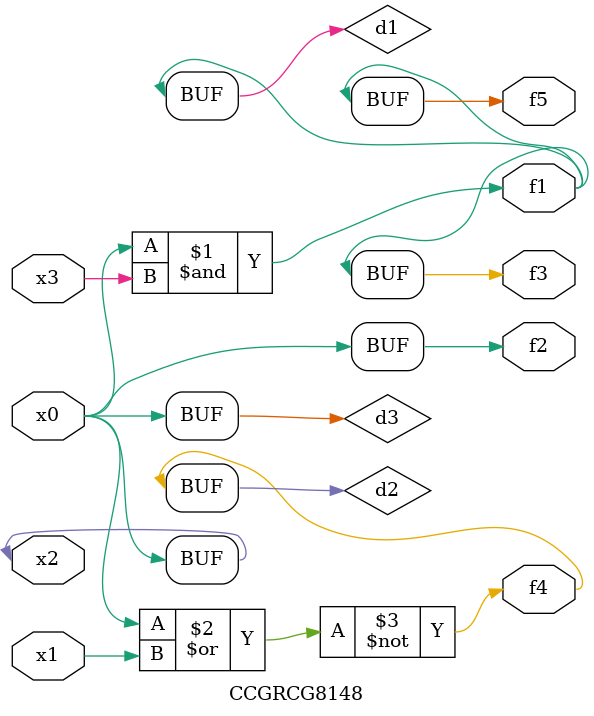
<source format=v>
module CCGRCG8148(
	input x0, x1, x2, x3,
	output f1, f2, f3, f4, f5
);

	wire d1, d2, d3;

	and (d1, x2, x3);
	nor (d2, x0, x1);
	buf (d3, x0, x2);
	assign f1 = d1;
	assign f2 = d3;
	assign f3 = d1;
	assign f4 = d2;
	assign f5 = d1;
endmodule

</source>
